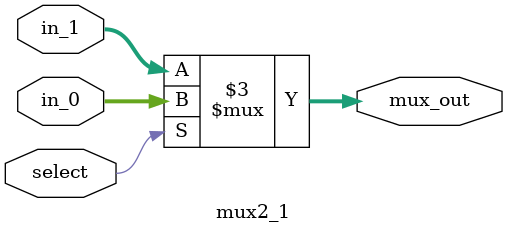
<source format=v>
module mux2_1 (
    in_0,
    in_1,
    select,
    mux_out  
);

    input wire [31:0] in_0, in_1; 
    input wire select;
    output reg [31:0] mux_out;

    always@(*)  begin
        if(select) mux_out <= in_0;
        else mux_out <= in_1;

    end 
    
endmodule

</source>
